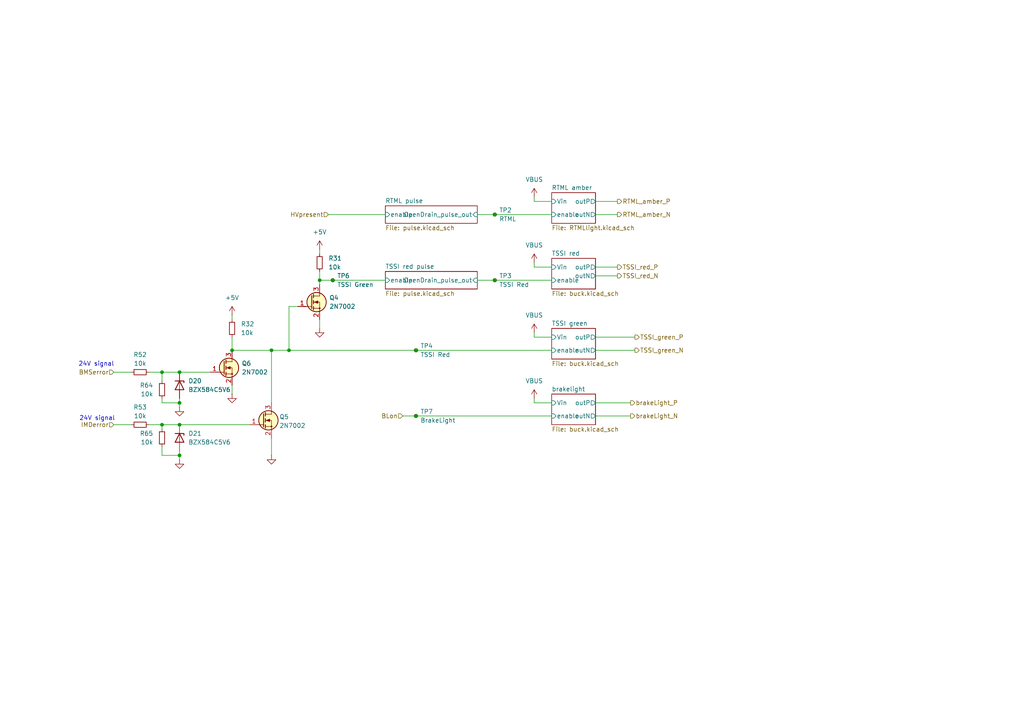
<source format=kicad_sch>
(kicad_sch (version 20231120) (generator "eeschema") (generator_version "8.0")
  (paper "A4")
  (title_block (title "HVB_LV1") (date "2025-03-19") (rev "3.0") (company "NTURacing") (comment 1 "Powertrain") (comment 2 "郭哲明 Jack Kuo"))
  (lib_symbols
    (symbol "Connector:TestPoint_Small" (pin_numbers hide) (pin_names (offset 0.762) hide)
      (property "Reference" "TP" (at 0 3.81 0))
      (property "Value" "TestPoint_Small" (at 0 2.032 0))
      (symbol "TestPoint_Small_0_1"
        (circle (center 0 0) (radius 0.508))
      )
      (symbol "TestPoint_Small_1_1"
        (pin passive line (at 0 0 90) (length 0) (name "1") (number "1"))
      )
    )
    (symbol "Device:R_Small" (pin_numbers hide) (pin_names (offset 0.254) hide)
      (property "Reference" "R" (at 0.762 0.508 0))
      (property "Value" "R_Small" (at 0.762 -1.016 0))
      (symbol "R_Small_0_1"
        (rectangle (start -0.762 1.778) (end 0.762 -1.778) (stroke (width 0.2032)))
      )
      (symbol "R_Small_1_1"
        (pin passive line (at 0 2.54 270) (length 0.762) (name "~") (number "1"))
        (pin passive line (at 0 -2.54 90) (length 0.762) (name "~") (number "2"))
      )
    )
    (symbol "Diode:BZV55C5V6" (pin_numbers hide) (pin_names hide)
      (property "Reference" "D" (at 0 2.54 0))
      (property "Value" "BZV55C5V6" (at 0 -2.54 0))
      (symbol "BZV55C5V6_0_1"
        (polyline (pts (xy 1.27 0) (xy -1.27 0)))
        (polyline (pts (xy -1.27 -1.27) (xy -1.27 1.27) (xy -0.762 1.27)) (stroke (width 0.254)))
        (polyline (pts (xy 1.27 -1.27) (xy 1.27 1.27) (xy -1.27 0) (xy 1.27 -1.27)) (stroke (width 0.254)))
      )
      (symbol "BZV55C5V6_1_1"
        (pin passive line (at -3.81 0 0) (length 2.54) (name "K") (number "1"))
        (pin passive line (at 3.81 0 180) (length 2.54) (name "A") (number "2"))
      )
    )
    (symbol "PCM_Transistor_MOSFET_AKL:2N7002" (pin_names hide)
      (property "Reference" "Q" (at 5.08 1.27 0))
      (property "Value" "2N7002" (at 5.08 -1.27 0))
      (symbol "2N7002_0_1"
        (polyline (pts (xy 0.254 -1.27) (xy -2.54 -1.27)))
        (polyline (pts (xy 0.254 1.905) (xy 0.254 -1.905)) (stroke (width 0.254)))
        (polyline (pts (xy 0.762 -1.778) (xy 2.54 -1.778)))
        (polyline (pts (xy 0.762 -1.27) (xy 0.762 -2.286)) (stroke (width 0.254)))
        (polyline (pts (xy 0.762 0.508) (xy 0.762 -0.508)) (stroke (width 0.254)))
        (polyline (pts (xy 0.762 2.286) (xy 0.762 1.27)) (stroke (width 0.254)))
        (polyline (pts (xy 2.54 1.778) (xy 0.762 1.778)))
        (polyline (pts (xy 2.54 2.54) (xy 2.54 1.778)))
        (polyline (pts (xy 2.54 -2.54) (xy 2.54 0) (xy 0.762 0)))
        (polyline (pts (xy 1.016 0) (xy 2.032 0.381) (xy 2.032 -0.381) (xy 1.016 0)) (fill (type outline)))
        (circle (center 1.651 0) (radius 2.794) (stroke (width 0.254)) (fill (type background)))
        (circle (center 2.54 -1.778) (radius 0.1778) (fill (type outline)))
      )
      (symbol "2N7002_1_1"
        (pin input line (at -3.81 -1.27 0) (length 2.54) (name "G") (number "1"))
        (pin passive line (at 2.54 -5.08 90) (length 2.54) (name "S") (number "2"))
        (pin passive line (at 2.54 5.08 270) (length 2.54) (name "D") (number "3"))
      )
    )
    (symbol "power:+5V" (power) (pin_numbers hide) (pin_names (offset 0) hide)
      (property "Value" "+5V" (at 0 3.556 0))
      (symbol "+5V_0_1"
        (polyline (pts (xy -0.762 1.27) (xy 0 2.54)))
        (polyline (pts (xy 0 0) (xy 0 2.54)))
        (polyline (pts (xy 0 2.54) (xy 0.762 1.27)))
      )
      (symbol "+5V_1_1"
        (pin power_in line (at 0 0 90) (length 0) (name "~") (number "1"))
      )
    )
    (symbol "power:GND" (power) (pin_numbers hide) (pin_names (offset 0) hide)
      (property "Value" "GND" (at 0 -3.81 0))
      (symbol "GND_0_1"
        (polyline (pts (xy 0 0) (xy 0 -1.27) (xy 1.27 -1.27) (xy 0 -2.54) (xy -1.27 -1.27) (xy 0 -1.27)))
      )
      (symbol "GND_1_1"
        (pin power_in line (at 0 0 270) (length 0) (name "~") (number "1"))
      )
    )
    (symbol "power:VBUS" (power) (pin_numbers hide) (pin_names (offset 0) hide)
      (property "Value" "VBUS" (at 0 3.556 0))
      (symbol "VBUS_0_1"
        (polyline (pts (xy -0.762 1.27) (xy 0 2.54)))
        (polyline (pts (xy 0 0) (xy 0 2.54)))
        (polyline (pts (xy 0 2.54) (xy 0.762 1.27)))
      )
      (symbol "VBUS_1_1"
        (pin power_in line (at 0 0 90) (length 0) (name "~") (number "1"))
      )
    )
  )
  (junction (at 96.52 81.28))
  (junction (at 52.07 116.84))
  (junction (at 52.07 123.19))
  (junction (at 143.51 81.28))
  (junction (at 120.65 120.65))
  (junction (at 92.71 81.28))
  (junction (at 52.07 132.08))
  (junction (at 143.51 62.23))
  (junction (at 46.99 107.95))
  (junction (at 120.65 101.6))
  (junction (at 52.07 107.95))
  (junction (at 78.74 101.6))
  (junction (at 67.31 101.6))
  (junction (at 46.99 123.19))
  (junction (at 83.82 101.6))
  (wire (pts (xy 184.15 97.79) (xy 172.72 97.79)))
  (wire (pts (xy 143.51 81.28) (xy 160.02 81.28)))
  (wire (pts (xy 43.18 123.19) (xy 46.99 123.19)))
  (wire (pts (xy 46.99 107.95) (xy 46.99 110.49)))
  (wire (pts (xy 172.72 77.47) (xy 179.07 77.47)))
  (wire (pts (xy 78.74 116.84) (xy 78.74 101.6)))
  (wire (pts (xy 154.94 58.42) (xy 160.02 58.42)))
  (wire (pts (xy 67.31 91.44) (xy 67.31 92.71)))
  (wire (pts (xy 33.02 123.19) (xy 38.1 123.19)))
  (wire (pts (xy 52.07 130.81) (xy 52.07 132.08)))
  (wire (pts (xy 179.07 62.23) (xy 172.72 62.23)))
  (wire (pts (xy 179.07 58.42) (xy 172.72 58.42)))
  (wire (pts (xy 154.94 57.15) (xy 154.94 58.42)))
  (wire (pts (xy 154.94 77.47) (xy 160.02 77.47)))
  (wire (pts (xy 154.94 96.52) (xy 154.94 97.79)))
  (wire (pts (xy 52.07 107.95) (xy 60.96 107.95)))
  (wire (pts (xy 182.88 116.84) (xy 172.72 116.84)))
  (wire (pts (xy 92.71 78.74) (xy 92.71 81.28)))
  (wire (pts (xy 83.82 88.9) (xy 83.82 101.6)))
  (wire (pts (xy 46.99 132.08) (xy 52.07 132.08)))
  (wire (pts (xy 120.65 101.6) (xy 160.02 101.6)))
  (wire (pts (xy 86.36 88.9) (xy 83.82 88.9)))
  (wire (pts (xy 154.94 97.79) (xy 160.02 97.79)))
  (wire (pts (xy 92.71 72.39) (xy 92.71 73.66)))
  (wire (pts (xy 78.74 101.6) (xy 83.82 101.6)))
  (wire (pts (xy 46.99 107.95) (xy 52.07 107.95)))
  (wire (pts (xy 52.07 118.11) (xy 52.07 116.84)))
  (wire (pts (xy 52.07 132.08) (xy 52.07 133.35)))
  (wire (pts (xy 120.65 120.65) (xy 160.02 120.65)))
  (wire (pts (xy 83.82 101.6) (xy 120.65 101.6)))
  (wire (pts (xy 92.71 81.28) (xy 92.71 82.55)))
  (wire (pts (xy 143.51 62.23) (xy 160.02 62.23)))
  (wire (pts (xy 96.52 81.28) (xy 111.76 81.28)))
  (wire (pts (xy 46.99 123.19) (xy 52.07 123.19)))
  (wire (pts (xy 67.31 114.3) (xy 67.31 111.76)))
  (wire (pts (xy 33.02 107.95) (xy 38.1 107.95)))
  (wire (pts (xy 92.71 92.71) (xy 92.71 95.25)))
  (wire (pts (xy 179.07 80.01) (xy 172.72 80.01)))
  (wire (pts (xy 78.74 127) (xy 78.74 132.08)))
  (wire (pts (xy 182.88 120.65) (xy 172.72 120.65)))
  (wire (pts (xy 52.07 116.84) (xy 52.07 115.57)))
  (wire (pts (xy 43.18 107.95) (xy 46.99 107.95)))
  (wire (pts (xy 138.43 81.28) (xy 143.51 81.28)))
  (wire (pts (xy 67.31 97.79) (xy 67.31 101.6)))
  (wire (pts (xy 154.94 116.84) (xy 160.02 116.84)))
  (wire (pts (xy 95.25 62.23) (xy 111.76 62.23)))
  (wire (pts (xy 46.99 129.54) (xy 46.99 132.08)))
  (wire (pts (xy 154.94 76.2) (xy 154.94 77.47)))
  (wire (pts (xy 67.31 101.6) (xy 78.74 101.6)))
  (wire (pts (xy 52.07 123.19) (xy 72.39 123.19)))
  (wire (pts (xy 116.84 120.65) (xy 120.65 120.65)))
  (wire (pts (xy 92.71 81.28) (xy 96.52 81.28)))
  (wire (pts (xy 46.99 123.19) (xy 46.99 124.46)))
  (wire (pts (xy 52.07 116.84) (xy 46.99 116.84)))
  (wire (pts (xy 184.15 101.6) (xy 172.72 101.6)))
  (wire (pts (xy 138.43 62.23) (xy 143.51 62.23)))
  (wire (pts (xy 46.99 116.84) (xy 46.99 115.57)))
  (wire (pts (xy 154.94 115.57) (xy 154.94 116.84)))
  (text "24V signal" (at 28.194 121.412 0) (effects (font (size 1.27 1.27))))
  (text "24V signal" (at 27.94 105.664 0) (effects (font (size 1.27 1.27))))
  (hierarchical_label "brakeLight_N" (shape output) (at 182.88 120.65 0))
  (hierarchical_label "TSSI_red_P" (shape output) (at 179.07 77.47 0))
  (hierarchical_label "TSSI_green_N" (shape output) (at 184.15 101.6 0))
  (hierarchical_label "BLon" (shape input) (at 116.84 120.65 180))
  (hierarchical_label "RTML_amber_P" (shape output) (at 179.07 58.42 0))
  (hierarchical_label "HVpresent" (shape input) (at 95.25 62.23 180))
  (hierarchical_label "TSSI_green_P" (shape output) (at 184.15 97.79 0))
  (hierarchical_label "brakeLight_P" (shape output) (at 182.88 116.84 0))
  (hierarchical_label "RTML_amber_N" (shape output) (at 179.07 62.23 0))
  (hierarchical_label "BMSerror" (shape input) (at 33.02 107.95 180))
  (hierarchical_label "IMDerror" (shape input) (at 33.02 123.19 180))
  (hierarchical_label "TSSI_red_N" (shape output) (at 179.07 80.01 0))
  (symbol (lib_id "Device:R_Small") (at 40.64 107.95 90) (unit 1)
    (property "Reference" "R52" (at 40.64 102.87 90))
    (property "Value" "10k" (at 40.64 105.41 90))
    (property "Footprint" "Resistor_SMD:R_0603_1608Metric" (effects (hide yes)))
    (property "Description" "Resistor, small symbol" (effects (hide yes)))
  )
  (symbol (lib_id "Device:R_Small") (at 46.99 113.03 0) (mirror x) (unit 1)
    (property "Reference" "R64" (at 44.45 111.76 0) (effects (justify right)))
    (property "Value" "10k" (at 44.45 114.3 0) (effects (justify right)))
    (property "Footprint" "Resistor_SMD:R_0603_1608Metric" (effects (hide yes)))
    (property "Description" "Resistor, small symbol" (effects (hide yes)))
  )
  (symbol (lib_id "power:GND") (at 52.07 118.11 0) (unit 1)
    (property "Reference" "#PWR079" (effects (hide yes)))
    (property "Value" "GND" (effects (hide yes)))
    (property "Description" "Power symbol creates a global label with name \"GND\" , ground" (effects (hide yes)))
  )
  (symbol (lib_id "Connector:TestPoint_Small") (at 120.65 101.6 0) (unit 1)
    (property "Reference" "TP4" (at 121.92 100.33 0) (effects (justify left)))
    (property "Value" "TSSI Red" (at 121.92 102.87 0) (effects (justify left)))
    (property "Footprint" "TestPoint:TestPoint_Pad_D1.0mm" (effects (hide yes)))
    (property "Description" "test point" (effects (hide yes)))
  )
  (symbol (lib_id "Connector:TestPoint_Small") (at 143.51 81.28 0) (unit 1)
    (property "Reference" "TP3" (at 144.78 80.01 0) (effects (justify left)))
    (property "Value" "TSSI Red" (at 144.78 82.55 0) (effects (justify left)))
    (property "Footprint" "TestPoint:TestPoint_Pad_D1.0mm" (effects (hide yes)))
    (property "Description" "test point" (effects (hide yes)))
  )
  (symbol (lib_id "power:VBUS") (at 154.94 76.2 0) (unit 1)
    (property "Reference" "#PWR0106" (effects (hide yes)))
    (property "Value" "VBUS" (at 154.94 71.12 0))
    (property "Description" "Power symbol creates a global label with name \"VBUS\"" (effects (hide yes)))
  )
  (symbol (lib_id "Device:R_Small") (at 46.99 127 0) (mirror x) (unit 1)
    (property "Reference" "R65" (at 44.45 125.73 0) (effects (justify right)))
    (property "Value" "10k" (at 44.45 128.27 0) (effects (justify right)))
    (property "Footprint" "Resistor_SMD:R_0603_1608Metric" (effects (hide yes)))
    (property "Description" "Resistor, small symbol" (effects (hide yes)))
  )
  (symbol (lib_id "Device:R_Small") (at 40.64 123.19 90) (unit 1)
    (property "Reference" "R53" (at 40.64 118.11 90))
    (property "Value" "10k" (at 40.64 120.65 90))
    (property "Footprint" "Resistor_SMD:R_0603_1608Metric" (effects (hide yes)))
    (property "Description" "Resistor, small symbol" (effects (hide yes)))
  )
  (symbol (lib_id "Connector:TestPoint_Small") (at 96.52 81.28 0) (unit 1)
    (property "Reference" "TP6" (at 97.79 80.01 0) (effects (justify left)))
    (property "Value" "TSSI Green" (at 97.79 82.55 0) (effects (justify left)))
    (property "Footprint" "TestPoint:TestPoint_Pad_D1.0mm" (effects (hide yes)))
    (property "Description" "test point" (effects (hide yes)))
  )
  (symbol (lib_id "Diode:BZV55C5V6") (at 52.07 127 270) (unit 1)
    (property "Reference" "D21" (at 54.61 125.73 90) (effects (justify left)))
    (property "Value" "BZX584C5V6" (at 54.61 128.27 90) (effects (justify left)))
    (property "Footprint" "Diode_SMD:D_SOD-523" (effects (hide yes)))
    (property "Datasheet" "https://assets.nexperia.com/documents/data-sheet/BZV55_SER.pdf" (effects (hide yes)))
    (property "Description" "5.6V, 500mW, 5%, Zener diode, MiniMELF" (effects (hide yes)))
  )
  (symbol (lib_id "PCM_Transistor_MOSFET_AKL:2N7002") (at 76.2 121.92 0) (unit 1)
    (property "Reference" "Q5" (at 81.026 120.904 0) (effects (justify left)))
    (property "Value" "2N7002" (at 81.026 123.444 0) (effects (justify left)))
    (property "Footprint" "Package_TO_SOT_SMD:SOT-23" (effects (hide yes)))
    (property "Datasheet" "https://www.tme.eu/Document/7df5cae36abdfcedddb681f5be886f05/2N7000.pdf" (effects (hide yes)))
    (property "Description" "SOT-23 N-MOSFET enchancement mode transistor, 60V, 115mA, 200mW, Alternate KiCAD Library" (effects (hide yes)))
  )
  (symbol (lib_id "Diode:BZV55C5V6") (at 52.07 111.76 270) (unit 1)
    (property "Reference" "D20" (at 54.61 110.49 90) (effects (justify left)))
    (property "Value" "BZX584C5V6" (at 54.61 113.03 90) (effects (justify left)))
    (property "Footprint" "Diode_SMD:D_SOD-523" (effects (hide yes)))
    (property "Datasheet" "https://assets.nexperia.com/documents/data-sheet/BZV55_SER.pdf" (effects (hide yes)))
    (property "Description" "5.6V, 500mW, 5%, Zener diode, MiniMELF" (effects (hide yes)))
  )
  (symbol (lib_id "power:GND") (at 67.31 114.3 0) (unit 1)
    (property "Reference" "#PWR0110" (effects (hide yes)))
    (property "Value" "GND" (effects (hide yes)))
    (property "Description" "Power symbol creates a global label with name \"GND\" , ground" (effects (hide yes)))
  )
  (symbol (lib_id "Connector:TestPoint_Small") (at 143.51 62.23 0) (unit 1)
    (property "Reference" "TP2" (at 144.78 60.96 0) (effects (justify left)))
    (property "Value" "RTML" (at 144.78 63.5 0) (effects (justify left)))
    (property "Footprint" "TestPoint:TestPoint_Pad_D1.0mm" (effects (hide yes)))
    (property "Description" "test point" (effects (hide yes)))
  )
  (symbol (lib_id "power:VBUS") (at 154.94 96.52 0) (unit 1)
    (property "Reference" "#PWR0109" (effects (hide yes)))
    (property "Value" "VBUS" (at 154.94 91.44 0))
    (property "Description" "Power symbol creates a global label with name \"VBUS\"" (effects (hide yes)))
  )
  (symbol (lib_id "power:GND") (at 78.74 132.08 0) (unit 1)
    (property "Reference" "#PWR0111" (effects (hide yes)))
    (property "Value" "GND" (effects (hide yes)))
    (property "Description" "Power symbol creates a global label with name \"GND\" , ground" (effects (hide yes)))
  )
  (symbol (lib_id "power:+5V") (at 67.31 91.44 0) (unit 1)
    (property "Reference" "#PWR0107" (effects (hide yes)))
    (property "Value" "+5V" (at 67.31 86.36 0))
    (property "Description" "Power symbol creates a global label with name \"+5V\"" (effects (hide yes)))
  )
  (symbol (lib_id "Device:R_Small") (at 92.71 76.2 0) (unit 1)
    (property "Reference" "R31" (at 95.25 74.93 0) (effects (justify left)))
    (property "Value" "10k" (at 95.25 77.47 0) (effects (justify left)))
    (property "Footprint" "Resistor_SMD:R_0603_1608Metric" (effects (hide yes)))
    (property "Description" "Resistor, small symbol" (effects (hide yes)))
  )
  (symbol (lib_id "power:GND") (at 52.07 133.35 0) (unit 1)
    (property "Reference" "#PWR087" (effects (hide yes)))
    (property "Value" "GND" (effects (hide yes)))
    (property "Description" "Power symbol creates a global label with name \"GND\" , ground" (effects (hide yes)))
  )
  (symbol (lib_id "Device:R_Small") (at 67.31 95.25 0) (unit 1)
    (property "Reference" "R32" (at 69.85 93.98 0) (effects (justify left)))
    (property "Value" "10k" (at 69.85 96.52 0) (effects (justify left)))
    (property "Footprint" "Resistor_SMD:R_0603_1608Metric" (effects (hide yes)))
    (property "Description" "Resistor, small symbol" (effects (hide yes)))
  )
  (symbol (lib_id "PCM_Transistor_MOSFET_AKL:2N7002") (at 64.77 106.68 0) (unit 1)
    (property "Reference" "Q6" (at 70.104 105.41 0) (effects (justify left)))
    (property "Value" "2N7002" (at 70.104 107.95 0) (effects (justify left)))
    (property "Footprint" "Package_TO_SOT_SMD:SOT-23" (effects (hide yes)))
    (property "Datasheet" "https://www.tme.eu/Document/7df5cae36abdfcedddb681f5be886f05/2N7000.pdf" (effects (hide yes)))
    (property "Description" "SOT-23 N-MOSFET enchancement mode transistor, 60V, 115mA, 200mW, Alternate KiCAD Library" (effects (hide yes)))
  )
  (symbol (lib_id "power:GND") (at 92.71 95.25 0) (unit 1)
    (property "Reference" "#PWR0108" (effects (hide yes)))
    (property "Value" "GND" (effects (hide yes)))
    (property "Description" "Power symbol creates a global label with name \"GND\" , ground" (effects (hide yes)))
  )
  (symbol (lib_id "power:VBUS") (at 154.94 57.15 0) (unit 1)
    (property "Reference" "#PWR0104" (effects (hide yes)))
    (property "Value" "VBUS" (at 154.94 52.07 0))
    (property "Description" "Power symbol creates a global label with name \"VBUS\"" (effects (hide yes)))
  )
  (symbol (lib_id "power:VBUS") (at 154.94 115.57 0) (unit 1)
    (property "Reference" "#PWR0152" (effects (hide yes)))
    (property "Value" "VBUS" (at 154.94 110.49 0))
    (property "Description" "Power symbol creates a global label with name \"VBUS\"" (effects (hide yes)))
  )
  (symbol (lib_id "Connector:TestPoint_Small") (at 120.65 120.65 0) (unit 1)
    (property "Reference" "TP7" (at 121.92 119.38 0) (effects (justify left)))
    (property "Value" "BrakeLight" (at 121.92 121.92 0) (effects (justify left)))
    (property "Footprint" "TestPoint:TestPoint_Pad_D1.0mm" (effects (hide yes)))
    (property "Description" "test point" (effects (hide yes)))
  )
  (symbol (lib_id "PCM_Transistor_MOSFET_AKL:2N7002") (at 90.17 87.63 0) (unit 1)
    (property "Reference" "Q4" (at 95.504 86.36 0) (effects (justify left)))
    (property "Value" "2N7002" (at 95.504 88.9 0) (effects (justify left)))
    (property "Footprint" "Package_TO_SOT_SMD:SOT-23" (effects (hide yes)))
    (property "Datasheet" "https://www.tme.eu/Document/7df5cae36abdfcedddb681f5be886f05/2N7000.pdf" (effects (hide yes)))
    (property "Description" "SOT-23 N-MOSFET enchancement mode transistor, 60V, 115mA, 200mW, Alternate KiCAD Library" (effects (hide yes)))
  )
  (symbol (lib_id "power:+5V") (at 92.71 72.39 0) (unit 1)
    (property "Reference" "#PWR0105" (effects (hide yes)))
    (property "Value" "+5V" (at 92.71 67.31 0))
    (property "Description" "Power symbol creates a global label with name \"+5V\"" (effects (hide yes)))
  )
  (sheet (at 160.02 55.88) (size 12.7 8.89) (stroke (width 0.1524))
    (property "Sheetname" "RTML amber" (at 160.02 55.1684 0) (effects (justify left bottom)))
    (property "Sheetfile" "RTMLlight.kicad_sch" (at 160.02 65.3546 0) (effects (justify left top)))
    (pin "Vin" input (at 160.02 58.42 180))
    (pin "enable" input (at 160.02 62.23 180))
    (pin "outP" output (at 172.72 58.42 0))
    (pin "outN" output (at 172.72 62.23 0))
  )
  (sheet (at 111.76 78.74) (size 26.67 5.08) (stroke (width 0.1524))
    (property "Sheetname" "TSSI red pulse" (at 111.76 78.0284 0) (effects (justify left bottom)))
    (property "Sheetfile" "pulse.kicad_sch" (at 111.76 84.4046 0) (effects (justify left top)))
    (pin "OpenDrain_pulse_out" input (at 138.43 81.28 0))
    (pin "enable" input (at 111.76 81.28 180))
  )
  (sheet (at 160.02 74.93) (size 12.7 8.89) (stroke (width 0.1524))
    (property "Sheetname" "TSSI red" (at 160.02 74.2184 0) (effects (justify left bottom)))
    (property "Sheetfile" "buck.kicad_sch" (at 160.02 84.4046 0) (effects (justify left top)))
    (pin "Vin" input (at 160.02 77.47 180))
    (pin "enable" input (at 160.02 81.28 180))
    (pin "outP" output (at 172.72 77.47 0))
    (pin "outN" output (at 172.72 80.01 0))
  )
  (sheet (at 111.76 59.69) (size 26.67 5.08) (stroke (width 0.1524))
    (property "Sheetname" "RTML pulse" (at 111.76 58.9784 0) (effects (justify left bottom)))
    (property "Sheetfile" "pulse.kicad_sch" (at 111.76 65.3546 0) (effects (justify left top)))
    (pin "OpenDrain_pulse_out" input (at 138.43 62.23 0))
    (pin "enable" input (at 111.76 62.23 180))
  )
  (sheet (at 160.02 114.3) (size 12.7 8.89) (stroke (width 0.1524))
    (property "Sheetname" "brakelight" (at 160.02 113.5884 0) (effects (justify left bottom)))
    (property "Sheetfile" "buck.kicad_sch" (at 160.02 123.7746 0) (effects (justify left top)))
    (pin "Vin" input (at 160.02 116.84 180))
    (pin "enable" input (at 160.02 120.65 180))
    (pin "outP" output (at 172.72 116.84 0))
    (pin "outN" output (at 172.72 120.65 0))
  )
  (sheet (at 160.02 95.25) (size 12.7 8.89) (stroke (width 0.1524))
    (property "Sheetname" "TSSI green" (at 160.02 94.5384 0) (effects (justify left bottom)))
    (property "Sheetfile" "buck.kicad_sch" (at 160.02 104.7246 0) (effects (justify left top)))
    (pin "Vin" input (at 160.02 97.79 180))
    (pin "enable" input (at 160.02 101.6 180))
    (pin "outP" output (at 172.72 97.79 0))
    (pin "outN" output (at 172.72 101.6 0))
  )
)
</source>
